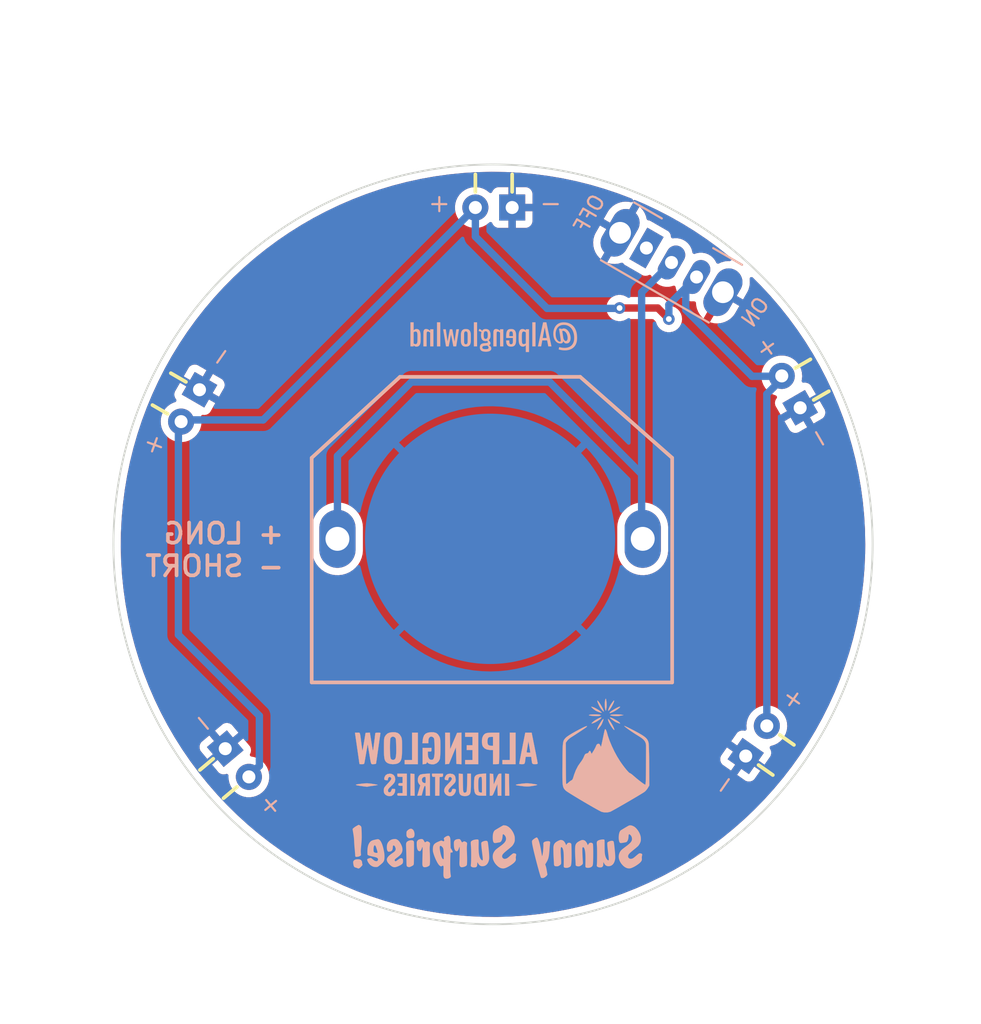
<source format=kicad_pcb>
(kicad_pcb (version 20211014) (generator pcbnew)
  (layers (0 "F.Cu" signal) (31 "B.Cu" signal) (34 "B.Paste" user) (35 "F.Paste" user) (36 "B.SilkS" user "B.Silkscreen") (37 "F.SilkS" user "F.Silkscreen") (38 "B.Mask" user) (39 "F.Mask" user) (44 "Edge.Cuts" user))
  (net 0 "")
  (net 1 "GND")
  (net 2 "VCC")
  (net 3 "Net-(D1-Pad2)")
  (net 4 "Net-(SW1-Pad1)")
  (footprint "Alpenglow:LED_D5.0mm_Horizontal_Sun" (layer "F.Cu") (at 153.924 66.548 180)
    (fp_text reference "D1" hide)
    (fp_text value "LED")
    (pad "1" thru_hole rect (at 0 0 180) (size 1.8 1.8) (drill 0.9) (layers *.Cu *.Mask) (net 1 "GND"))
    (pad "2" thru_hole circle (at 2.54 0 180) (size 1.8 1.8) (drill 0.9) (layers *.Cu *.Mask) (net 3 "Net-(D1-Pad2)"))
  )
  (footprint "Alpenglow:LED_D5.0mm_Horizontal_Sun" (layer "F.Cu") (at 132.334 79.121 -120)
    (fp_text reference "D2" hide)
    (fp_text value "LED")
    (pad "1" thru_hole rect (at 0 0 240) (size 1.8 1.8) (drill 0.9) (layers *.Cu *.Mask) (net 1 "GND"))
    (pad "2" thru_hole circle (at 2.54 0 240) (size 1.8 1.8) (drill 0.9) (layers *.Cu *.Mask) (net 3 "Net-(D1-Pad2)"))
  )
  (footprint "Alpenglow:LED_D5.0mm_Horizontal_Sun" (layer "F.Cu") (at 173.8122 80.3656 120)
    (fp_text reference "D3" hide)
    (fp_text value "LED")
    (pad "1" thru_hole rect (at 0 0 120) (size 1.8 1.8) (drill 0.9) (layers *.Cu *.Mask) (net 1 "GND"))
    (pad "2" thru_hole circle (at 2.54 0 120) (size 1.8 1.8) (drill 0.9) (layers *.Cu *.Mask) (net 3 "Net-(D1-Pad2)"))
  )
  (footprint "Alpenglow:LED_D5.0mm_Horizontal_Sun" (layer "F.Cu") (at 134.112 103.886 -50)
    (fp_text reference "D4" hide)
    (fp_text value "LED")
    (pad "1" thru_hole rect (at 0 0 310) (size 1.8 1.8) (drill 0.9) (layers *.Cu *.Mask) (net 1 "GND"))
    (pad "2" thru_hole circle (at 2.54 0 310) (size 1.8 1.8) (drill 0.9) (layers *.Cu *.Mask) (net 3 "Net-(D1-Pad2)"))
  )
  (footprint "Alpenglow:LED_D5.0mm_Horizontal_Sun" (layer "F.Cu") (at 170.053 104.394 55)
    (fp_text reference "D5" hide)
    (fp_text value "LED")
    (pad "1" thru_hole rect (at 0 0 55) (size 1.8 1.8) (drill 0.9) (layers *.Cu *.Mask) (net 1 "GND"))
    (pad "2" thru_hole circle (at 2.54 0 55) (size 1.8 1.8) (drill 0.9) (layers *.Cu *.Mask) (net 3 "Net-(D1-Pad2)"))
  )
  (footprint "Alpenglow_Sun_PCB:NEW Sun 60" (layer "F.Cu") (at 152.461412 91.048593)
    (fp_text reference "G***" hide)
    (fp_text value "LOGO" hide)
  )
  (footprint "Alpenglow:BatteryHolder_MPD_BK888_2032_THRU" (layer "B.Cu") (at 141.859 89.408)
    (fp_text reference "BT1" hide)
    (fp_text value "Battery_Cell")
    (pad "1" thru_hole oval locked (at 0 0) (size 2.5 4) (drill 1.65) (layers *.Cu *.Mask) (net 2 "VCC"))
    (pad "1" thru_hole oval locked (at 21.082 0) (size 2.5 4) (drill 1.65) (layers *.Cu *.Mask) (net 2 "VCC"))
    (pad "2" smd circle locked (at 10.541 0) (size 17.272 17.272) (layers "B.Cu" "B.Paste" "B.Mask") (net 1 "GND"))
  )
  (footprint "Alpenglow:SW_SPDT_SLIDE_THRU_RTA" (layer "B.Cu") (at 163.195 69.342 -30)
    (fp_text reference "SW1" hide)
    (fp_text value "SW_SPDT")
    (pad "" thru_hole oval (at 6.1 0 330) (size 1.9 3.5) (drill 1.5) (layers *.Cu *.Mask))
    (pad "" thru_hole oval (at -2.1 0 330) (size 1.9 3.5) (drill 1.5) (layers *.Cu *.Mask))
    (pad "1" thru_hole rect (at 0 0 330) (size 1.3 2.5) (drill 0.9) (layers *.Cu *.Mask) (net 4 "Net-(SW1-Pad1)"))
    (pad "2" thru_hole oval (at 2 0 330) (size 1.3 2.5) (drill 0.9) (layers *.Cu *.Mask) (net 2 "VCC"))
    (pad "3" thru_hole oval (at 4 0 330) (size 1.3 2.5) (drill 0.9) (layers *.Cu *.Mask) (net 3 "Net-(D1-Pad2)"))
  )
  (footprint "Alpenglow:Alpenglow_Logo_Horiz" (layer "B.Cu") (at 153.289 104.521 180)
    (fp_text reference "G***" hide)
    (fp_text value "LOGO" hide)
  )
  (footprint "Alpenglow:@AlpenglowIndOswald20mm" (layer "B.Cu") (at 152.654416 78.446392 180)
    (fp_text reference "G***" hide)
    (fp_text value "LOGO" hide)
  )
  (footprint "Alpenglow_Sun_PCB:SUS board name font 20x3.7mm" (layer "B.Cu") (at 152.908 110.998 180)
    (fp_text reference "G***" hide)
    (fp_text value "LOGO" hide)
  )
  (gr_circle (center 152.6032 89.789) (end 178.816 89.789) (layer "Edge.Cuts") (width 0.127) (fill none))
  (gr_text "-" (at 175.514 83.2866 120) (layer "B.SilkS") (effects (font (size 1.27 1.27) (thickness 0.1524)) (justify right mirror)))
  (gr_text "-" (at 155.702 66.2178) (layer "B.SilkS") (effects (font (size 1.27 1.27) (thickness 0.1524)) (justify right mirror)))
  (gr_text "+" (at 170.7642 76.6572 35) (layer "B.SilkS") (effects (font (size 1.27 1.27) (thickness 0.1524)) (justify right mirror)))
  (gr_text "+" (at 172.6692 99.8982 -35) (layer "B.SilkS") (effects (font (size 1.27 1.27) (thickness 0.1524)) (justify right mirror)))
  (gr_text "ON" (at 170.7134 73.7616 55) (layer "B.SilkS") (effects (font (size 1 1)) (justify mirror)))
  (gr_text "OFF" (at 159.258 66.9798 60) (layer "B.SilkS") (effects (font (size 1 1)) (justify mirror)))
  (gr_text "+" (at 136.7536 107.061 -50) (layer "B.SilkS") (effects (font (size 1.27 1.27) (thickness 0.1524)) (justify right mirror)))
  (gr_text "+ LONG\n- SHORT" (at 138.303 90.17) (layer "B.SilkS") (effects (font (size 1.397 1.397) (thickness 0.254)) (justify left mirror)))
  (gr_text "-" (at 133.2484 77.5208 55) (layer "B.SilkS") (effects (font (size 1.27 1.27) (thickness 0.1524)) (justify right mirror)))
  (gr_text "-" (at 132.1054 101.3968 -50) (layer "B.SilkS") (effects (font (size 1.27 1.27) (thickness 0.1524)) (justify right mirror)))
  (gr_text "-" (at 168.021 107.061 55) (layer "B.SilkS") (effects (font (size 1.27 1.27) (thickness 0.1524)) (justify right mirror)))
  (gr_text "+" (at 148.0058 66.2178) (layer "B.SilkS") (effects (font (size 1.27 1.27) (thickness 0.1524)) (justify right mirror)))
  (gr_text "+" (at 128.4224 82.5246 -20) (layer "B.SilkS") (effects (font (size 1.27 1.27) (thickness 0.1524)) (justify right mirror)))
  (segment (start 162.8648 89.3318) (end 162.941 89.408) (width 0.508) (layer "B.Cu") (net 2))
  (segment (start 141.859 89.408) (end 141.859 83.693) (width 0.508) (layer "B.Cu") (net 2))
  (segment (start 162.8648 72.404251) (end 162.8648 89.3318) (width 0.508) (layer "B.Cu") (net 2))
  (segment (start 146.9644 78.5876) (end 156.5148 78.5876) (width 0.508) (layer "B.Cu") (net 2))
  (segment (start 141.859 83.693) (end 146.9644 78.5876) (width 0.508) (layer "B.Cu") (net 2))
  (segment (start 156.5148 78.5876) (end 162.8394 84.9122) (width 0.508) (layer "B.Cu") (net 2))
  (segment (start 164.927051 70.342) (end 162.8648 72.404251) (width 0.508) (layer "B.Cu") (net 2))
  (segment (start 163.9824 73.4822) (end 164.7444 74.2442) (width 0.508) (layer "F.Cu") (net 3))
  (segment (start 161.3408 73.4822) (end 163.9824 73.4822) (width 0.508) (layer "F.Cu") (net 3))
  (via (at 161.3408 73.4822) (size 0.8) (drill 0.4) (layers "F.Cu" "B.Cu") (net 3))
  (via (at 164.7444 74.2442) (size 0.8) (drill 0.4) (layers "F.Cu" "B.Cu") (net 3))
  (segment (start 165.9128 73.6092) (end 165.9128 72.088302) (width 0.508) (layer "B.Cu") (net 3))
  (segment (start 161.3408 73.4822) (end 161.3154 73.5076) (width 0.508) (layer "B.Cu") (net 3))
  (segment (start 172.738319 78.191247) (end 170.494847 78.191247) (width 0.508) (layer "B.Cu") (net 3))
  (segment (start 130.877116 96.028316) (end 136.468883 101.620083) (width 0.508) (layer "B.Cu") (net 3))
  (segment (start 170.494847 78.191247) (end 165.9128 73.6092) (width 0.508) (layer "B.Cu") (net 3))
  (segment (start 156.337 73.5076) (end 151.384 68.5546) (width 0.508) (layer "B.Cu") (net 3))
  (segment (start 161.3154 73.5076) (end 156.337 73.5076) (width 0.508) (layer "B.Cu") (net 3))
  (segment (start 171.509884 79.419682) (end 172.738319 78.191247) (width 0.508) (layer "B.Cu") (net 3))
  (segment (start 136.468883 105.066647) (end 135.568884 105.966646) (width 0.508) (layer "B.Cu") (net 3))
  (segment (start 164.7444 73.2536) (end 166.656 71.342) (width 0.508) (layer "B.Cu") (net 3))
  (segment (start 136.730354 81.201646) (end 151.384 66.548) (width 0.508) (layer "B.Cu") (net 3))
  (segment (start 130.877116 81.201646) (end 130.877116 96.028316) (width 0.508) (layer "B.Cu") (net 3))
  (segment (start 130.877116 81.201646) (end 136.730354 81.201646) (width 0.508) (layer "B.Cu") (net 3))
  (segment (start 165.9128 72.088302) (end 166.659102 71.342) (width 0.254) (layer "B.Cu") (net 3))
  (segment (start 164.7444 74.2442) (end 164.7444 73.2536) (width 0.508) (layer "B.Cu") (net 3))
  (segment (start 166.656 71.342) (end 166.659102 71.342) (width 0.508) (layer "B.Cu") (net 3))
  (segment (start 136.468883 101.620083) (end 136.468883 105.066647) (width 0.508) (layer "B.Cu") (net 3))
  (segment (start 151.384 68.5546) (end 151.384 66.548) (width 0.508) (layer "B.Cu") (net 3))
  (segment (start 171.509884 102.313354) (end 171.509884 79.419682) (width 0.508) (layer "B.Cu") (net 3))
  (zone (net 1) (net_name "GND") (layer "F.Cu") (connect_pads (clearance 0.508)) (min_thickness 0.254) (fill yes (thermal_gap 0.508) (thermal_bridge_width 0.508))
    (polygon (pts (xy 180.4416 122.7582) (xy 123.063 121.92) (xy 122.1486 63.246) (xy 122.2248 63.246) (xy 182.118 62.5856)))
  )
  (zone (net 1) (net_name "GND") (layer "B.Cu") (connect_pads (clearance 0.508)) (min_thickness 0.254) (fill yes (thermal_gap 0.508) (thermal_bridge_width 0.508))
    (polygon (pts (xy 180.1876 122.9106) (xy 123.6472 121.7168) (xy 122.1486 63.1444) (xy 122.2248 63.246) (xy 181.9656 63.0174)))
  )
)
</source>
